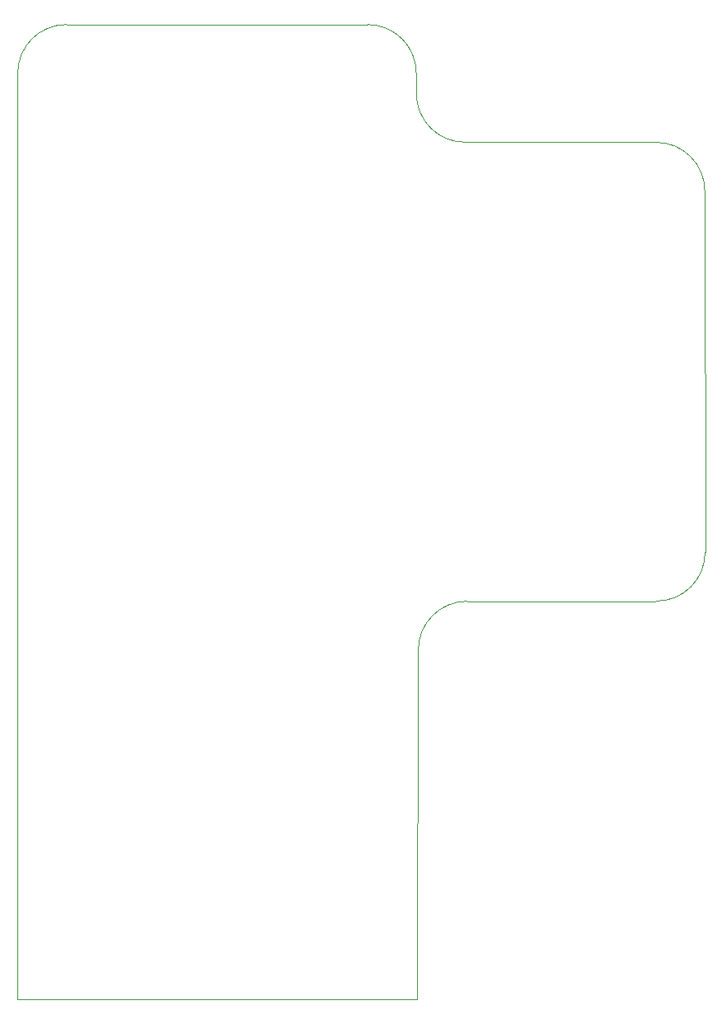
<source format=gko>
%TF.GenerationSoftware,KiCad,Pcbnew,8.0.1-rc1*%
%TF.CreationDate,2024-08-22T21:46:05-04:00*%
%TF.ProjectId,MOBO_V1,4d4f424f-5f56-4312-9e6b-696361645f70,rev?*%
%TF.SameCoordinates,Original*%
%TF.FileFunction,Profile,NP*%
%FSLAX46Y46*%
G04 Gerber Fmt 4.6, Leading zero omitted, Abs format (unit mm)*
G04 Created by KiCad (PCBNEW 8.0.1-rc1) date 2024-08-22 21:46:05*
%MOMM*%
%LPD*%
G01*
G04 APERTURE LIST*
%TA.AperFunction,Profile*%
%ADD10C,0.050000*%
%TD*%
G04 APERTURE END LIST*
D10*
X77125000Y-60550000D02*
X77125000Y-62625000D01*
X82325000Y-114725000D02*
X101625000Y-114725000D01*
X106789466Y-109710534D02*
G75*
G02*
X101789466Y-114710526I-4999996J4D01*
G01*
X77325000Y-119725000D02*
G75*
G02*
X82325000Y-114725000I5000000J0D01*
G01*
X101764466Y-67635534D02*
G75*
G02*
X106764466Y-72635534I34J-4999966D01*
G01*
X101425000Y-67625000D02*
X101764466Y-67635534D01*
X36150000Y-155550000D02*
X77200000Y-155575000D01*
X77325000Y-119725000D02*
X77200000Y-155575000D01*
X82125000Y-67625000D02*
X101425000Y-67625000D01*
X72125000Y-55550000D02*
G75*
G02*
X77125000Y-60550000I0J-5000000D01*
G01*
X36150000Y-155550000D02*
X36175000Y-60550000D01*
X82125000Y-67625000D02*
G75*
G02*
X77125000Y-62625000I0J5000000D01*
G01*
X106764466Y-72635534D02*
X106789466Y-109710534D01*
X36175000Y-60550000D02*
G75*
G02*
X41175000Y-55550000I5000000J0D01*
G01*
X101625000Y-114725000D02*
X101789466Y-114710534D01*
X72125000Y-55550000D02*
X41175000Y-55550000D01*
M02*

</source>
